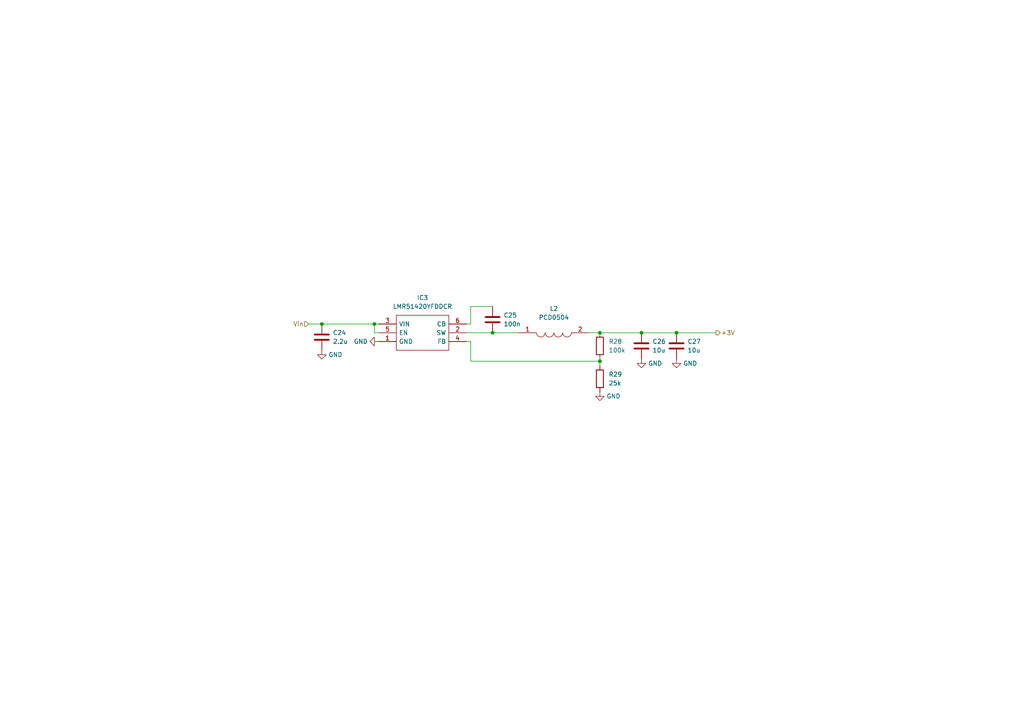
<source format=kicad_sch>
(kicad_sch (version 20211123) (generator eeschema)
  (paper "A4")
  (lib_symbols
    (symbol "Device:C" (pin_numbers hide) (pin_names (offset 0.254))
      (property "Reference" "C" (at 0.635 2.54 0))
      (property "Value" "C" (at 0.635 -2.54 0))
      (symbol "C_0_1"
        (polyline (pts (xy -2.032 -0.762) (xy 2.032 -0.762)) (stroke (width 0.508)))
        (polyline (pts (xy -2.032 0.762) (xy 2.032 0.762)) (stroke (width 0.508)))
      )
      (symbol "C_1_1"
        (pin passive line (at 0 3.81 270) (length 2.794) (name "~") (number "1"))
        (pin passive line (at 0 -3.81 90) (length 2.794) (name "~") (number "2"))
      )
    )
    (symbol "Device:R" (pin_numbers hide) (pin_names (offset 0))
      (property "Reference" "R" (at 2.032 0 90))
      (property "Value" "R" (at 0 0 90))
      (symbol "R_0_1"
        (rectangle (start -1.016 -2.54) (end 1.016 2.54) (stroke (width 0.254)))
      )
      (symbol "R_1_1"
        (pin passive line (at 0 3.81 270) (length 1.27) (name "~") (number "1"))
        (pin passive line (at 0 -3.81 90) (length 1.27) (name "~") (number "2"))
      )
    )
    (symbol "LMR51420XDDCR:LMR51420XDDCR" (pin_names (offset 0.762))
      (property "Reference" "IC" (at 21.59 7.62 0))
      (property "Value" "LMR51420XDDCR" (at 21.59 5.08 0))
      (symbol "LMR51420XDDCR_0_0"
        (pin passive line (at 0 -5.08 0) (length 5.08) (name "GND") (number "1"))
        (pin passive line (at 25.4 -2.54 180) (length 5.08) (name "SW") (number "2"))
        (pin passive line (at 0 0 0) (length 5.08) (name "VIN") (number "3"))
        (pin passive line (at 25.4 -5.08 180) (length 5.08) (name "FB") (number "4"))
        (pin passive line (at 0 -2.54 0) (length 5.08) (name "EN") (number "5"))
        (pin passive line (at 25.4 0 180) (length 5.08) (name "CB") (number "6"))
      )
      (symbol "LMR51420XDDCR_0_1"
        (polyline (pts (xy 5.08 2.54) (xy 20.32 2.54) (xy 20.32 -7.62) (xy 5.08 -7.62) (xy 5.08 2.54)) (stroke (width 0.1524)))
      )
    )
    (symbol "PCD0504:PCD0504" (pin_names (offset 0.762))
      (property "Reference" "L" (at 16.51 6.35 0))
      (property "Value" "PCD0504" (at 16.51 3.81 0))
      (symbol "PCD0504_0_0"
        (pin passive line (at 0 0 0) (length 5.08) (name "~") (number "1"))
        (pin passive line (at 20.32 0 180) (length 5.08) (name "~") (number "2"))
      )
      (symbol "PCD0504_0_1"
        (arc (start 5.08 0) (mid 6.35 -1.3218) (end 7.62 0) (stroke (width 0.1524)))
        (arc (start 7.62 0) (mid 8.89 -1.3218) (end 10.16 0) (stroke (width 0.1524)))
        (arc (start 10.16 0) (mid 11.43 -1.3218) (end 12.7 0) (stroke (width 0.1524)))
        (arc (start 12.7 0) (mid 13.97 -1.3218) (end 15.24 0) (stroke (width 0.1524)))
      )
    )
    (symbol "power:GND" (power) (pin_names (offset 0))
      (property "Value" "GND" (at 0 -3.81 0))
      (symbol "GND_0_1"
        (polyline (pts (xy 0 0) (xy 0 -1.27) (xy 1.27 -1.27) (xy 0 -2.54) (xy -1.27 -1.27) (xy 0 -1.27)))
      )
      (symbol "GND_1_1"
        (pin power_in line (at 0 0 270) (length 0) hide (name "GND") (number "1"))
      )
    )
  )
  (junction (at 108.585 93.98))
  (junction (at 196.215 96.52))
  (junction (at 186.055 96.52))
  (junction (at 173.99 104.775))
  (junction (at 142.875 96.52))
  (junction (at 173.99 96.52))
  (junction (at 93.345 93.98))
  (wire (pts (xy 173.99 104.775) (xy 136.525 104.775)))
  (wire (pts (xy 93.345 93.98) (xy 108.585 93.98)))
  (wire (pts (xy 108.585 93.98) (xy 109.855 93.98)))
  (wire (pts (xy 135.255 96.52) (xy 142.875 96.52)))
  (wire (pts (xy 108.585 96.52) (xy 108.585 93.98)))
  (wire (pts (xy 136.525 88.9) (xy 142.875 88.9)))
  (wire (pts (xy 135.255 93.98) (xy 136.525 93.98)))
  (wire (pts (xy 173.99 96.52) (xy 186.055 96.52)))
  (wire (pts (xy 196.215 96.52) (xy 207.645 96.52)))
  (wire (pts (xy 89.535 93.98) (xy 93.345 93.98)))
  (wire (pts (xy 136.525 99.06) (xy 136.525 104.775)))
  (wire (pts (xy 173.99 104.775) (xy 173.99 106.045)))
  (wire (pts (xy 135.255 99.06) (xy 136.525 99.06)))
  (wire (pts (xy 109.855 96.52) (xy 108.585 96.52)))
  (wire (pts (xy 173.99 104.14) (xy 173.99 104.775)))
  (wire (pts (xy 142.875 96.52) (xy 150.495 96.52)))
  (wire (pts (xy 170.815 96.52) (xy 173.99 96.52)))
  (wire (pts (xy 186.055 96.52) (xy 196.215 96.52)))
  (wire (pts (xy 136.525 93.98) (xy 136.525 88.9)))
  (hierarchical_label "Vin" (shape input) (at 89.535 93.98 180))
  (hierarchical_label "+3V" (shape output) (at 207.645 96.52 0))
  (symbol (lib_id "PCD0504:PCD0504") (at 150.495 96.52 0) (unit 1)
    (property "Reference" "L2" (at 160.655 89.535 0))
    (property "Value" "PCD0504" (at 160.655 92.075 0))
    (property "Footprint" "PCD0504VIKINGINDUCTOR:PCD0504" (effects hide))
    (property "Datasheet" "https://www.viking.com.tw/Templates/att/PCD_Series.pdf?lng=enVaw1ztYE9ji8ugPiOlDzHd60k" (effects hide))
    (property "Description" "SMD Power Inductor" (effects hide))
    (property "Height" "4.8" (effects hide))
    (property "Manufacturer_Name" "Viking" (effects hide))
    (property "Manufacturer_Part_Number" "PCD0504" (effects hide))
  )
  (symbol (lib_id "power:GND") (at 173.99 113.665 0) (unit 1)
    (property "Reference" "#PWR075" (effects hide))
    (property "Value" "GND" (at 175.895 114.9349 0) (effects (justify left)))
  )
  (symbol (lib_id "power:GND") (at 109.855 99.06 270) (unit 1)
    (property "Reference" "#PWR074" (effects hide))
    (property "Value" "GND" (at 106.68 99.0599 90) (effects (justify right)))
  )
  (symbol (lib_id "power:GND") (at 196.215 104.14 0) (unit 1)
    (property "Reference" "#PWR077" (effects hide))
    (property "Value" "GND" (at 198.12 105.4099 0) (effects (justify left)))
  )
  (symbol (lib_id "LMR51420XDDCR:LMR51420XDDCR") (at 109.855 93.98 0) (unit 1)
    (property "Reference" "IC3" (at 122.555 86.36 0))
    (property "Value" "LMR51420YFDDCR" (at 122.555 88.9 0))
    (property "Footprint" "SOT95P280X110-6N" (effects hide))
    (property "Datasheet" "https://www.ti.com/lit/ds/symlink/lmr51420.pdf?ts=1663231243064" (effects hide))
    (property "Description" "Switching Voltage Regulators SIMPLE SWITCHER power converter 4.5-V to 36-V, 2-A, synchronous buck with 40-uA IQ" (effects hide))
    (property "Height" "1.1" (effects hide))
    (property "Manufacturer_Name" "Texas Instruments" (effects hide))
    (property "Mouser Part Number" "595-LMR51420YFDDCR" (effects hide))
    (property "Mouser Price/Stock" "https://www.mouser.co.uk/ProductDetail/Texas-Instruments/LMR51420XDDCR?qs=vvQtp7zwQdN6fBqQU4azxw%3D%3D" (effects hide))
    (property "Mouser" "595-LMR51420YFDDCR" (effects hide))
  )
  (symbol (lib_id "Device:R") (at 173.99 109.855 0) (unit 1)
    (property "Reference" "R29" (at 176.53 108.5849 0) (effects (justify left)))
    (property "Value" "25k" (at 176.53 111.1249 0) (effects (justify left)))
  )
  (symbol (lib_id "Device:C") (at 93.345 97.79 0) (unit 1)
    (property "Reference" "C24" (at 96.52 96.5199 0) (effects (justify left)))
    (property "Value" "2.2u" (at 96.52 99.0599 0) (effects (justify left)))
    (property "Footprint" "Capacitor_SMD:C_0805_2012Metric_Pad1.18x1.45mm_HandSolder" (effects hide))
    (property "Lomex" "82-12-91" (effects hide))
  )
  (symbol (lib_id "power:GND") (at 93.345 101.6 0) (unit 1)
    (property "Reference" "#PWR073" (effects hide))
    (property "Value" "GND" (at 95.25 102.8699 0) (effects (justify left)))
  )
  (symbol (lib_id "Device:C") (at 196.215 100.33 0) (unit 1)
    (property "Reference" "C27" (at 199.39 99.0599 0) (effects (justify left)))
    (property "Value" "10u" (at 199.39 101.5999 0) (effects (justify left)))
    (property "Footprint" "Capacitor_SMD:C_0805_2012Metric_Pad1.18x1.45mm_HandSolder" (effects hide))
    (property "Lomex" "82-17-06" (effects hide))
  )
  (symbol (lib_id "Device:C") (at 186.055 100.33 0) (unit 1)
    (property "Reference" "C26" (at 189.23 99.0599 0) (effects (justify left)))
    (property "Value" "10u" (at 189.23 101.5999 0) (effects (justify left)))
    (property "Footprint" "Capacitor_SMD:C_0805_2012Metric_Pad1.18x1.45mm_HandSolder" (effects hide))
    (property "Lomex" "82-17-06" (effects hide))
  )
  (symbol (lib_id "power:GND") (at 186.055 104.14 0) (unit 1)
    (property "Reference" "#PWR076" (effects hide))
    (property "Value" "GND" (at 187.96 105.4099 0) (effects (justify left)))
  )
  (symbol (lib_id "Device:R") (at 173.99 100.33 0) (unit 1)
    (property "Reference" "R28" (at 176.53 99.0599 0) (effects (justify left)))
    (property "Value" "100k" (at 176.53 101.5999 0) (effects (justify left)))
  )
  (symbol (lib_id "Device:C") (at 142.875 92.71 0) (unit 1)
    (property "Reference" "C25" (at 146.05 91.4399 0) (effects (justify left)))
    (property "Value" "100n" (at 146.05 93.9799 0) (effects (justify left)))
    (property "Footprint" "Capacitor_SMD:C_0805_2012Metric_Pad1.18x1.45mm_HandSolder" (effects hide))
    (property "Lomex" "82-13-46" (effects hide))
  )
)
</source>
